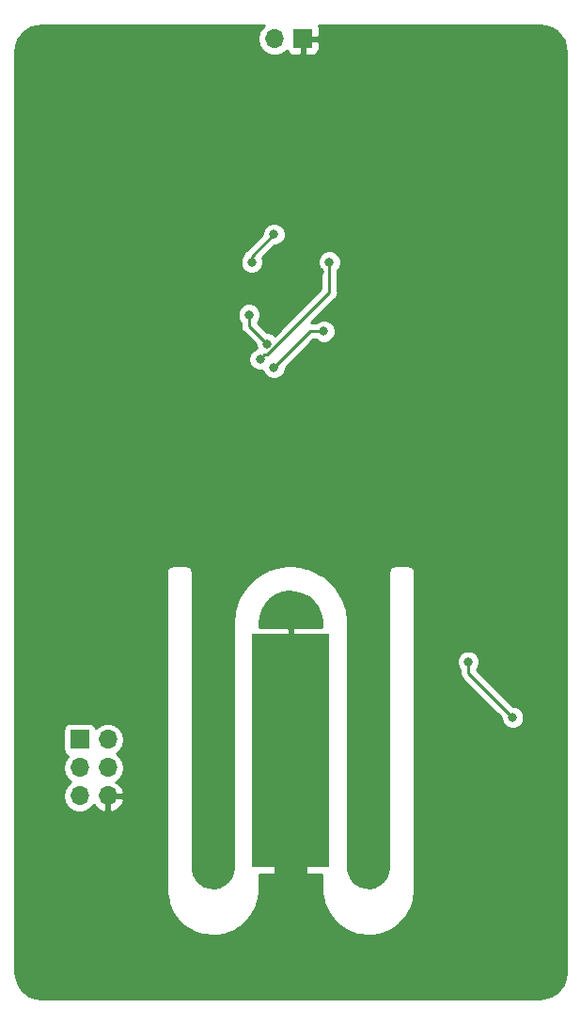
<source format=gbr>
G04 #@! TF.GenerationSoftware,KiCad,Pcbnew,5.0.2-bee76a0~70~ubuntu18.04.1*
G04 #@! TF.CreationDate,2019-03-04T23:14:44-05:00*
G04 #@! TF.ProjectId,BalancingBusinessCardLights,42616c61-6e63-4696-9e67-427573696e65,rev?*
G04 #@! TF.SameCoordinates,Original*
G04 #@! TF.FileFunction,Copper,L2,Bot*
G04 #@! TF.FilePolarity,Positive*
%FSLAX46Y46*%
G04 Gerber Fmt 4.6, Leading zero omitted, Abs format (unit mm)*
G04 Created by KiCad (PCBNEW 5.0.2-bee76a0~70~ubuntu18.04.1) date Mon 04 Mar 2019 11:14:44 PM EST*
%MOMM*%
%LPD*%
G01*
G04 APERTURE LIST*
G04 #@! TA.AperFunction,SMDPad,CuDef*
%ADD10R,7.000000X21.000000*%
G04 #@! TD*
G04 #@! TA.AperFunction,ComponentPad*
%ADD11O,1.700000X1.700000*%
G04 #@! TD*
G04 #@! TA.AperFunction,ComponentPad*
%ADD12R,1.700000X1.700000*%
G04 #@! TD*
G04 #@! TA.AperFunction,ViaPad*
%ADD13C,0.800000*%
G04 #@! TD*
G04 #@! TA.AperFunction,Conductor*
%ADD14C,0.250000*%
G04 #@! TD*
G04 #@! TA.AperFunction,Conductor*
%ADD15C,3.000000*%
G04 #@! TD*
G04 #@! TA.AperFunction,Conductor*
%ADD16C,0.254000*%
G04 #@! TD*
G04 APERTURE END LIST*
D10*
G04 #@! TO.P,BT101,2*
G04 #@! TO.N,GND*
X205500000Y-116000000D03*
G04 #@! TD*
D11*
G04 #@! TO.P,ICSP1,6*
G04 #@! TO.N,GND*
X189040000Y-120080000D03*
G04 #@! TO.P,ICSP1,5*
G04 #@! TO.N,/RESET*
X186500000Y-120080000D03*
G04 #@! TO.P,ICSP1,4*
G04 #@! TO.N,/MOSI*
X189040000Y-117540000D03*
G04 #@! TO.P,ICSP1,3*
G04 #@! TO.N,/SCK*
X186500000Y-117540000D03*
G04 #@! TO.P,ICSP1,2*
G04 #@! TO.N,+3V3*
X189040000Y-115000000D03*
D12*
G04 #@! TO.P,ICSP1,1*
G04 #@! TO.N,/MISO*
X186500000Y-115000000D03*
G04 #@! TD*
G04 #@! TO.P,J101,1*
G04 #@! TO.N,GND*
X206600000Y-51900000D03*
D11*
G04 #@! TO.P,J101,2*
G04 #@! TO.N,+3V3*
X204060000Y-51900000D03*
G04 #@! TD*
D13*
G04 #@! TO.N,+BATT*
X225500000Y-113000000D03*
X221500000Y-108000000D03*
G04 #@! TO.N,GND*
X206500000Y-75000000D03*
X204500000Y-75000000D03*
X205500000Y-76000000D03*
X205500000Y-74000000D03*
X223500000Y-106250000D03*
X219000000Y-114000000D03*
X219000000Y-116000000D03*
X219000000Y-118000000D03*
X221000000Y-116000000D03*
X221000000Y-118000000D03*
X221000000Y-114000000D03*
X225000000Y-118000000D03*
X225000000Y-116000000D03*
X223000000Y-116000000D03*
X223000000Y-118000000D03*
X223000000Y-114000000D03*
X227000000Y-116000000D03*
X227000000Y-118000000D03*
X203500000Y-78000000D03*
X208157706Y-72921497D03*
X190000000Y-130000000D03*
X185500000Y-136000000D03*
X183225010Y-134500000D03*
X228500000Y-55500000D03*
X228500000Y-60500000D03*
X228500000Y-65500000D03*
X228500000Y-70500000D03*
X228500000Y-75500000D03*
X228500000Y-80500000D03*
X228500000Y-85500000D03*
X228500000Y-90500000D03*
X228500000Y-95500000D03*
X199000228Y-79500229D03*
X197300000Y-54600000D03*
G04 #@! TO.N,/LED_8*
X201750229Y-76750229D03*
X203362340Y-79362340D03*
G04 #@! TO.N,/RESET*
X204000000Y-81500000D03*
X208500000Y-78250000D03*
G04 #@! TO.N,+3V3*
X209000000Y-72000000D03*
X202750000Y-80750000D03*
G04 #@! TO.N,/SCL*
X204000000Y-69500000D03*
X202012672Y-72012647D03*
G04 #@! TD*
D14*
G04 #@! TO.N,+BATT*
X225500000Y-113000000D02*
X221500000Y-109000000D01*
X221500000Y-109000000D02*
X221500000Y-108000000D01*
D15*
G04 #@! TO.N,GND*
X205500000Y-116000000D02*
X205500000Y-129500000D01*
D14*
G04 #@! TO.N,/LED_8*
X201750229Y-77750229D02*
X202962341Y-78962341D01*
X202962341Y-78962341D02*
X203362340Y-79362340D01*
X201750229Y-76750229D02*
X201750229Y-77750229D01*
G04 #@! TO.N,/RESET*
X204000000Y-81500000D02*
X207250000Y-78250000D01*
X207250000Y-78250000D02*
X208500000Y-78250000D01*
G04 #@! TO.N,+3V3*
X203149999Y-80350001D02*
X203399999Y-80350001D01*
X202750000Y-80750000D02*
X203149999Y-80350001D01*
X209000000Y-74750000D02*
X209000000Y-72000000D01*
X203399999Y-80350001D02*
X209000000Y-74750000D01*
G04 #@! TO.N,/SCL*
X202012672Y-71487328D02*
X202012672Y-72012647D01*
X204000000Y-69500000D02*
X202012672Y-71487328D01*
G04 #@! TD*
D16*
G04 #@! TO.N,GND*
G36*
X202989375Y-50829375D02*
X202661161Y-51320582D01*
X202545908Y-51900000D01*
X202661161Y-52479418D01*
X202989375Y-52970625D01*
X203480582Y-53298839D01*
X203913744Y-53385000D01*
X204206256Y-53385000D01*
X204639418Y-53298839D01*
X205130625Y-52970625D01*
X205145096Y-52948967D01*
X205211673Y-53109698D01*
X205390301Y-53288327D01*
X205623690Y-53385000D01*
X206314250Y-53385000D01*
X206473000Y-53226250D01*
X206473000Y-52027000D01*
X206727000Y-52027000D01*
X206727000Y-53226250D01*
X206885750Y-53385000D01*
X207576310Y-53385000D01*
X207809699Y-53288327D01*
X207988327Y-53109698D01*
X208085000Y-52876309D01*
X208085000Y-52185750D01*
X207926250Y-52027000D01*
X206727000Y-52027000D01*
X206473000Y-52027000D01*
X206453000Y-52027000D01*
X206453000Y-51773000D01*
X206473000Y-51773000D01*
X206473000Y-51753000D01*
X206727000Y-51753000D01*
X206727000Y-51773000D01*
X207926250Y-51773000D01*
X208085000Y-51614250D01*
X208085000Y-50923691D01*
X207996486Y-50710000D01*
X227958753Y-50710000D01*
X228525708Y-50776100D01*
X229023212Y-50956685D01*
X229465835Y-51246881D01*
X229829823Y-51631116D01*
X230095658Y-52088784D01*
X230251892Y-52604629D01*
X230290001Y-53031629D01*
X230290000Y-135958752D01*
X230223900Y-136525708D01*
X230043315Y-137023212D01*
X229753118Y-137465834D01*
X229368884Y-137829823D01*
X228911216Y-138095658D01*
X228395371Y-138251892D01*
X227968382Y-138290000D01*
X183041248Y-138290000D01*
X182474292Y-138223900D01*
X181976788Y-138043315D01*
X181534166Y-137753118D01*
X181170177Y-137368884D01*
X180904342Y-136911216D01*
X180748108Y-136395371D01*
X180710000Y-135968382D01*
X180710000Y-117540000D01*
X184985908Y-117540000D01*
X185101161Y-118119418D01*
X185429375Y-118610625D01*
X185727761Y-118810000D01*
X185429375Y-119009375D01*
X185101161Y-119500582D01*
X184985908Y-120080000D01*
X185101161Y-120659418D01*
X185429375Y-121150625D01*
X185920582Y-121478839D01*
X186353744Y-121565000D01*
X186646256Y-121565000D01*
X187079418Y-121478839D01*
X187570625Y-121150625D01*
X187771353Y-120850214D01*
X188158642Y-121275183D01*
X188683108Y-121521486D01*
X188913000Y-121400819D01*
X188913000Y-120207000D01*
X189167000Y-120207000D01*
X189167000Y-121400819D01*
X189396892Y-121521486D01*
X189921358Y-121275183D01*
X190311645Y-120846924D01*
X190481476Y-120436890D01*
X190360155Y-120207000D01*
X189167000Y-120207000D01*
X188913000Y-120207000D01*
X188893000Y-120207000D01*
X188893000Y-119953000D01*
X188913000Y-119953000D01*
X188913000Y-119933000D01*
X189167000Y-119933000D01*
X189167000Y-119953000D01*
X190360155Y-119953000D01*
X190481476Y-119723110D01*
X190311645Y-119313076D01*
X189921358Y-118884817D01*
X189791522Y-118823843D01*
X190110625Y-118610625D01*
X190438839Y-118119418D01*
X190554092Y-117540000D01*
X190438839Y-116960582D01*
X190110625Y-116469375D01*
X189812239Y-116270000D01*
X190110625Y-116070625D01*
X190438839Y-115579418D01*
X190554092Y-115000000D01*
X190438839Y-114420582D01*
X190110625Y-113929375D01*
X189619418Y-113601161D01*
X189186256Y-113515000D01*
X188893744Y-113515000D01*
X188460582Y-113601161D01*
X187969375Y-113929375D01*
X187957184Y-113947619D01*
X187948157Y-113902235D01*
X187807809Y-113692191D01*
X187597765Y-113551843D01*
X187350000Y-113502560D01*
X185650000Y-113502560D01*
X185402235Y-113551843D01*
X185192191Y-113692191D01*
X185051843Y-113902235D01*
X185002560Y-114150000D01*
X185002560Y-115850000D01*
X185051843Y-116097765D01*
X185192191Y-116307809D01*
X185402235Y-116448157D01*
X185447619Y-116457184D01*
X185429375Y-116469375D01*
X185101161Y-116960582D01*
X184985908Y-117540000D01*
X180710000Y-117540000D01*
X180710000Y-100000000D01*
X194301581Y-100000000D01*
X194315000Y-100067462D01*
X194315001Y-128567462D01*
X194316881Y-128576914D01*
X194320724Y-128714500D01*
X194321865Y-128722832D01*
X194321396Y-128731226D01*
X194329655Y-128807254D01*
X194453129Y-129553097D01*
X194462786Y-129587684D01*
X194468526Y-129623125D01*
X194492918Y-129695606D01*
X194773670Y-130397536D01*
X194790526Y-130429238D01*
X194803745Y-130462625D01*
X194843124Y-130528163D01*
X194843132Y-130528177D01*
X194843137Y-130528183D01*
X195268066Y-131153447D01*
X195291336Y-131180790D01*
X195311416Y-131210559D01*
X195363961Y-131266124D01*
X195913248Y-131785558D01*
X195941848Y-131807267D01*
X195967851Y-131832029D01*
X196031102Y-131875015D01*
X196679118Y-132264381D01*
X196711708Y-132279440D01*
X196742424Y-132298042D01*
X196813422Y-132326439D01*
X196813432Y-132326443D01*
X196813438Y-132326444D01*
X197529939Y-132567574D01*
X197565006Y-132575284D01*
X197598998Y-132586856D01*
X197674428Y-132599343D01*
X197674446Y-132599347D01*
X197674455Y-132599347D01*
X198426021Y-132680993D01*
X198434428Y-132680993D01*
X198442680Y-132682597D01*
X198519125Y-132684733D01*
X198714500Y-132679276D01*
X198722832Y-132678135D01*
X198731226Y-132678604D01*
X198807254Y-132670345D01*
X199553097Y-132546871D01*
X199587684Y-132537214D01*
X199623125Y-132531474D01*
X199695606Y-132507082D01*
X200397536Y-132226330D01*
X200429238Y-132209474D01*
X200462625Y-132196255D01*
X200528163Y-132156876D01*
X200528177Y-132156868D01*
X200528183Y-132156863D01*
X201153447Y-131731934D01*
X201180790Y-131708664D01*
X201210559Y-131688584D01*
X201266124Y-131636039D01*
X201785558Y-131086752D01*
X201807267Y-131058152D01*
X201832029Y-131032149D01*
X201875015Y-130968898D01*
X202264381Y-130320882D01*
X202279440Y-130288292D01*
X202298042Y-130257576D01*
X202326439Y-130186578D01*
X202326443Y-130186568D01*
X202326444Y-130186562D01*
X202567574Y-129470061D01*
X202575284Y-129434994D01*
X202586856Y-129401002D01*
X202599343Y-129325572D01*
X202599347Y-129325554D01*
X202599347Y-129325545D01*
X202677731Y-128604005D01*
X202685000Y-128567462D01*
X202685000Y-127135000D01*
X205214250Y-127135000D01*
X205373000Y-126976250D01*
X205373000Y-116127000D01*
X205353000Y-116127000D01*
X205353000Y-115873000D01*
X205373000Y-115873000D01*
X205373000Y-105023750D01*
X205214250Y-104865000D01*
X202685000Y-104865000D01*
X202685000Y-104537095D01*
X202754603Y-103896386D01*
X202948264Y-103320936D01*
X203260977Y-102800491D01*
X203678153Y-102359339D01*
X204180328Y-102018061D01*
X204744074Y-101792579D01*
X205343089Y-101693413D01*
X205949421Y-101725189D01*
X206534788Y-101886427D01*
X207071874Y-102169600D01*
X207535623Y-102561498D01*
X207904404Y-103043843D01*
X208161002Y-103594120D01*
X208297400Y-104204327D01*
X208315001Y-104519152D01*
X208315001Y-104865000D01*
X205785750Y-104865000D01*
X205627000Y-105023750D01*
X205627000Y-115873000D01*
X205647000Y-115873000D01*
X205647000Y-116127000D01*
X205627000Y-116127000D01*
X205627000Y-126976250D01*
X205785750Y-127135000D01*
X208315000Y-127135000D01*
X208315000Y-128567461D01*
X208316881Y-128576919D01*
X208320724Y-128714500D01*
X208321865Y-128722832D01*
X208321396Y-128731226D01*
X208329655Y-128807254D01*
X208453129Y-129553097D01*
X208462786Y-129587684D01*
X208468526Y-129623125D01*
X208492918Y-129695606D01*
X208773670Y-130397536D01*
X208790526Y-130429238D01*
X208803745Y-130462625D01*
X208843124Y-130528163D01*
X208843132Y-130528177D01*
X208843137Y-130528183D01*
X209268066Y-131153447D01*
X209291336Y-131180790D01*
X209311416Y-131210559D01*
X209363961Y-131266124D01*
X209913248Y-131785558D01*
X209941848Y-131807267D01*
X209967851Y-131832029D01*
X210031102Y-131875015D01*
X210679118Y-132264381D01*
X210711708Y-132279440D01*
X210742424Y-132298042D01*
X210813422Y-132326439D01*
X210813432Y-132326443D01*
X210813438Y-132326444D01*
X211529939Y-132567574D01*
X211565006Y-132575284D01*
X211598998Y-132586856D01*
X211674428Y-132599343D01*
X211674446Y-132599347D01*
X211674455Y-132599347D01*
X212426021Y-132680993D01*
X212434428Y-132680993D01*
X212442680Y-132682597D01*
X212519125Y-132684733D01*
X212714500Y-132679276D01*
X212722832Y-132678135D01*
X212731226Y-132678604D01*
X212807254Y-132670345D01*
X213553097Y-132546871D01*
X213587684Y-132537214D01*
X213623125Y-132531474D01*
X213695606Y-132507082D01*
X214397536Y-132226330D01*
X214429238Y-132209474D01*
X214462625Y-132196255D01*
X214528163Y-132156876D01*
X214528177Y-132156868D01*
X214528183Y-132156863D01*
X215153447Y-131731934D01*
X215180790Y-131708664D01*
X215210559Y-131688584D01*
X215266124Y-131636039D01*
X215785558Y-131086752D01*
X215807267Y-131058152D01*
X215832029Y-131032149D01*
X215875015Y-130968898D01*
X216264381Y-130320882D01*
X216279440Y-130288292D01*
X216298042Y-130257576D01*
X216326439Y-130186578D01*
X216326443Y-130186568D01*
X216326444Y-130186562D01*
X216567574Y-129470061D01*
X216575284Y-129434994D01*
X216586856Y-129401002D01*
X216599343Y-129325572D01*
X216599347Y-129325554D01*
X216599347Y-129325545D01*
X216677731Y-128604005D01*
X216685000Y-128567462D01*
X216685000Y-107794126D01*
X220465000Y-107794126D01*
X220465000Y-108205874D01*
X220622569Y-108586280D01*
X220740000Y-108703711D01*
X220740000Y-108925152D01*
X220725112Y-109000000D01*
X220740000Y-109074847D01*
X220740000Y-109074851D01*
X220784096Y-109296536D01*
X220952071Y-109547929D01*
X221015530Y-109590331D01*
X224465000Y-113039802D01*
X224465000Y-113205874D01*
X224622569Y-113586280D01*
X224913720Y-113877431D01*
X225294126Y-114035000D01*
X225705874Y-114035000D01*
X226086280Y-113877431D01*
X226377431Y-113586280D01*
X226535000Y-113205874D01*
X226535000Y-112794126D01*
X226377431Y-112413720D01*
X226086280Y-112122569D01*
X225705874Y-111965000D01*
X225539802Y-111965000D01*
X222269256Y-108694455D01*
X222377431Y-108586280D01*
X222535000Y-108205874D01*
X222535000Y-107794126D01*
X222377431Y-107413720D01*
X222086280Y-107122569D01*
X221705874Y-106965000D01*
X221294126Y-106965000D01*
X220913720Y-107122569D01*
X220622569Y-107413720D01*
X220465000Y-107794126D01*
X216685000Y-107794126D01*
X216685000Y-100067462D01*
X216698419Y-100000000D01*
X216645255Y-99732727D01*
X216493857Y-99506143D01*
X216267273Y-99354745D01*
X216067462Y-99315000D01*
X216067461Y-99315000D01*
X216000000Y-99301581D01*
X215932538Y-99315000D01*
X215067462Y-99315000D01*
X215000000Y-99301581D01*
X214932539Y-99315000D01*
X214932538Y-99315000D01*
X214732727Y-99354745D01*
X214506143Y-99506143D01*
X214354745Y-99732727D01*
X214301581Y-100000000D01*
X214315001Y-100067467D01*
X214315000Y-126456900D01*
X214252705Y-126950019D01*
X214085726Y-127371761D01*
X213819109Y-127738727D01*
X213469610Y-128027857D01*
X213059184Y-128220989D01*
X212613620Y-128305985D01*
X212160925Y-128277504D01*
X211729528Y-128137335D01*
X211346546Y-127894287D01*
X211036039Y-127563630D01*
X210817517Y-127166141D01*
X210699295Y-126705698D01*
X210685000Y-126478479D01*
X210685000Y-104432538D01*
X210683354Y-104424264D01*
X210679424Y-104263441D01*
X210678530Y-104255996D01*
X210678896Y-104248505D01*
X210672539Y-104181883D01*
X210549882Y-103335935D01*
X210542374Y-103305135D01*
X210537905Y-103273736D01*
X210519065Y-103209519D01*
X210238656Y-102402027D01*
X210225456Y-102373196D01*
X210215133Y-102343215D01*
X210184491Y-102283719D01*
X210184491Y-102283718D01*
X210184488Y-102283714D01*
X209756448Y-101543820D01*
X209738039Y-101518010D01*
X209722229Y-101490517D01*
X209680899Y-101437902D01*
X209680889Y-101437888D01*
X209680883Y-101437883D01*
X209120656Y-100792278D01*
X209097697Y-100770415D01*
X209076975Y-100746408D01*
X209026428Y-100702546D01*
X208354221Y-100174520D01*
X208327543Y-100157393D01*
X208302653Y-100137736D01*
X208244734Y-100104230D01*
X208244725Y-100104224D01*
X208244721Y-100104222D01*
X207484798Y-99712837D01*
X207455359Y-99701062D01*
X207427206Y-99686469D01*
X207363985Y-99664515D01*
X206543759Y-99423887D01*
X206512625Y-99417892D01*
X206482220Y-99408885D01*
X206416013Y-99399287D01*
X206415989Y-99399282D01*
X206415978Y-99399282D01*
X205565059Y-99318097D01*
X205557567Y-99318097D01*
X205550169Y-99316839D01*
X205483266Y-99315204D01*
X205263441Y-99320576D01*
X205255996Y-99321470D01*
X205248505Y-99321104D01*
X205181883Y-99327461D01*
X204335935Y-99450118D01*
X204305135Y-99457626D01*
X204273736Y-99462095D01*
X204209519Y-99480935D01*
X203402027Y-99761344D01*
X203373196Y-99774544D01*
X203343215Y-99784867D01*
X203283727Y-99815505D01*
X203283718Y-99815509D01*
X203283717Y-99815510D01*
X202543820Y-100243552D01*
X202518010Y-100261961D01*
X202490517Y-100277771D01*
X202437902Y-100319101D01*
X202437888Y-100319111D01*
X202437883Y-100319117D01*
X201792278Y-100879344D01*
X201770415Y-100902303D01*
X201746408Y-100923025D01*
X201702546Y-100973572D01*
X201174520Y-101645779D01*
X201157393Y-101672457D01*
X201137736Y-101697347D01*
X201104230Y-101755266D01*
X201104224Y-101755275D01*
X201104224Y-101755276D01*
X200712837Y-102515202D01*
X200701062Y-102544641D01*
X200686469Y-102572794D01*
X200664515Y-102636015D01*
X200423887Y-103456241D01*
X200417892Y-103487375D01*
X200408885Y-103517780D01*
X200399287Y-103583987D01*
X200399282Y-103584011D01*
X200399282Y-103584022D01*
X200321392Y-104400403D01*
X200315000Y-104432539D01*
X200315001Y-126456893D01*
X200252705Y-126950019D01*
X200085726Y-127371761D01*
X199819109Y-127738727D01*
X199469610Y-128027857D01*
X199059184Y-128220989D01*
X198613620Y-128305985D01*
X198160925Y-128277504D01*
X197729528Y-128137335D01*
X197346546Y-127894287D01*
X197036039Y-127563630D01*
X196817517Y-127166141D01*
X196699295Y-126705698D01*
X196685000Y-126478479D01*
X196685000Y-100067462D01*
X196698419Y-100000000D01*
X196645255Y-99732727D01*
X196493857Y-99506143D01*
X196267273Y-99354745D01*
X196067462Y-99315000D01*
X196000000Y-99301581D01*
X195932539Y-99315000D01*
X195067461Y-99315000D01*
X195000000Y-99301581D01*
X194932538Y-99315000D01*
X194732727Y-99354745D01*
X194506143Y-99506143D01*
X194354745Y-99732727D01*
X194301581Y-100000000D01*
X180710000Y-100000000D01*
X180710000Y-76544355D01*
X200715229Y-76544355D01*
X200715229Y-76956103D01*
X200872798Y-77336509D01*
X200990230Y-77453941D01*
X200990230Y-77675378D01*
X200975341Y-77750229D01*
X200990230Y-77825081D01*
X201034326Y-78046766D01*
X201202301Y-78298158D01*
X201265757Y-78340558D01*
X202327340Y-79402142D01*
X202327340Y-79568214D01*
X202410984Y-79770149D01*
X202163720Y-79872569D01*
X201872569Y-80163720D01*
X201715000Y-80544126D01*
X201715000Y-80955874D01*
X201872569Y-81336280D01*
X202163720Y-81627431D01*
X202544126Y-81785000D01*
X202955874Y-81785000D01*
X202991639Y-81770186D01*
X203122569Y-82086280D01*
X203413720Y-82377431D01*
X203794126Y-82535000D01*
X204205874Y-82535000D01*
X204586280Y-82377431D01*
X204877431Y-82086280D01*
X205035000Y-81705874D01*
X205035000Y-81539801D01*
X207564802Y-79010000D01*
X207796289Y-79010000D01*
X207913720Y-79127431D01*
X208294126Y-79285000D01*
X208705874Y-79285000D01*
X209086280Y-79127431D01*
X209377431Y-78836280D01*
X209535000Y-78455874D01*
X209535000Y-78044126D01*
X209377431Y-77663720D01*
X209086280Y-77372569D01*
X208705874Y-77215000D01*
X208294126Y-77215000D01*
X207913720Y-77372569D01*
X207796289Y-77490000D01*
X207334802Y-77490000D01*
X209484476Y-75340327D01*
X209547929Y-75297929D01*
X209590327Y-75234476D01*
X209590329Y-75234474D01*
X209715903Y-75046538D01*
X209715904Y-75046537D01*
X209760000Y-74824852D01*
X209760000Y-74824848D01*
X209774888Y-74750001D01*
X209760000Y-74675154D01*
X209760000Y-72703711D01*
X209877431Y-72586280D01*
X210035000Y-72205874D01*
X210035000Y-71794126D01*
X209877431Y-71413720D01*
X209586280Y-71122569D01*
X209205874Y-70965000D01*
X208794126Y-70965000D01*
X208413720Y-71122569D01*
X208122569Y-71413720D01*
X207965000Y-71794126D01*
X207965000Y-72205874D01*
X208122569Y-72586280D01*
X208240001Y-72703712D01*
X208240000Y-74435197D01*
X204069455Y-78605744D01*
X203948620Y-78484909D01*
X203568214Y-78327340D01*
X203402142Y-78327340D01*
X202519485Y-77444684D01*
X202627660Y-77336509D01*
X202785229Y-76956103D01*
X202785229Y-76544355D01*
X202627660Y-76163949D01*
X202336509Y-75872798D01*
X201956103Y-75715229D01*
X201544355Y-75715229D01*
X201163949Y-75872798D01*
X200872798Y-76163949D01*
X200715229Y-76544355D01*
X180710000Y-76544355D01*
X180710000Y-71806773D01*
X200977672Y-71806773D01*
X200977672Y-72218521D01*
X201135241Y-72598927D01*
X201426392Y-72890078D01*
X201806798Y-73047647D01*
X202218546Y-73047647D01*
X202598952Y-72890078D01*
X202890103Y-72598927D01*
X203047672Y-72218521D01*
X203047672Y-71806773D01*
X202965766Y-71609035D01*
X204039802Y-70535000D01*
X204205874Y-70535000D01*
X204586280Y-70377431D01*
X204877431Y-70086280D01*
X205035000Y-69705874D01*
X205035000Y-69294126D01*
X204877431Y-68913720D01*
X204586280Y-68622569D01*
X204205874Y-68465000D01*
X203794126Y-68465000D01*
X203413720Y-68622569D01*
X203122569Y-68913720D01*
X202965000Y-69294126D01*
X202965000Y-69460198D01*
X201528202Y-70896997D01*
X201464743Y-70939399D01*
X201296768Y-71190792D01*
X201278382Y-71283226D01*
X201135241Y-71426367D01*
X200977672Y-71806773D01*
X180710000Y-71806773D01*
X180710000Y-53041247D01*
X180776100Y-52474292D01*
X180956685Y-51976788D01*
X181246881Y-51534165D01*
X181631116Y-51170177D01*
X182088784Y-50904342D01*
X182604629Y-50748108D01*
X183031618Y-50710000D01*
X203168032Y-50710000D01*
X202989375Y-50829375D01*
X202989375Y-50829375D01*
G37*
X202989375Y-50829375D02*
X202661161Y-51320582D01*
X202545908Y-51900000D01*
X202661161Y-52479418D01*
X202989375Y-52970625D01*
X203480582Y-53298839D01*
X203913744Y-53385000D01*
X204206256Y-53385000D01*
X204639418Y-53298839D01*
X205130625Y-52970625D01*
X205145096Y-52948967D01*
X205211673Y-53109698D01*
X205390301Y-53288327D01*
X205623690Y-53385000D01*
X206314250Y-53385000D01*
X206473000Y-53226250D01*
X206473000Y-52027000D01*
X206727000Y-52027000D01*
X206727000Y-53226250D01*
X206885750Y-53385000D01*
X207576310Y-53385000D01*
X207809699Y-53288327D01*
X207988327Y-53109698D01*
X208085000Y-52876309D01*
X208085000Y-52185750D01*
X207926250Y-52027000D01*
X206727000Y-52027000D01*
X206473000Y-52027000D01*
X206453000Y-52027000D01*
X206453000Y-51773000D01*
X206473000Y-51773000D01*
X206473000Y-51753000D01*
X206727000Y-51753000D01*
X206727000Y-51773000D01*
X207926250Y-51773000D01*
X208085000Y-51614250D01*
X208085000Y-50923691D01*
X207996486Y-50710000D01*
X227958753Y-50710000D01*
X228525708Y-50776100D01*
X229023212Y-50956685D01*
X229465835Y-51246881D01*
X229829823Y-51631116D01*
X230095658Y-52088784D01*
X230251892Y-52604629D01*
X230290001Y-53031629D01*
X230290000Y-135958752D01*
X230223900Y-136525708D01*
X230043315Y-137023212D01*
X229753118Y-137465834D01*
X229368884Y-137829823D01*
X228911216Y-138095658D01*
X228395371Y-138251892D01*
X227968382Y-138290000D01*
X183041248Y-138290000D01*
X182474292Y-138223900D01*
X181976788Y-138043315D01*
X181534166Y-137753118D01*
X181170177Y-137368884D01*
X180904342Y-136911216D01*
X180748108Y-136395371D01*
X180710000Y-135968382D01*
X180710000Y-117540000D01*
X184985908Y-117540000D01*
X185101161Y-118119418D01*
X185429375Y-118610625D01*
X185727761Y-118810000D01*
X185429375Y-119009375D01*
X185101161Y-119500582D01*
X184985908Y-120080000D01*
X185101161Y-120659418D01*
X185429375Y-121150625D01*
X185920582Y-121478839D01*
X186353744Y-121565000D01*
X186646256Y-121565000D01*
X187079418Y-121478839D01*
X187570625Y-121150625D01*
X187771353Y-120850214D01*
X188158642Y-121275183D01*
X188683108Y-121521486D01*
X188913000Y-121400819D01*
X188913000Y-120207000D01*
X189167000Y-120207000D01*
X189167000Y-121400819D01*
X189396892Y-121521486D01*
X189921358Y-121275183D01*
X190311645Y-120846924D01*
X190481476Y-120436890D01*
X190360155Y-120207000D01*
X189167000Y-120207000D01*
X188913000Y-120207000D01*
X188893000Y-120207000D01*
X188893000Y-119953000D01*
X188913000Y-119953000D01*
X188913000Y-119933000D01*
X189167000Y-119933000D01*
X189167000Y-119953000D01*
X190360155Y-119953000D01*
X190481476Y-119723110D01*
X190311645Y-119313076D01*
X189921358Y-118884817D01*
X189791522Y-118823843D01*
X190110625Y-118610625D01*
X190438839Y-118119418D01*
X190554092Y-117540000D01*
X190438839Y-116960582D01*
X190110625Y-116469375D01*
X189812239Y-116270000D01*
X190110625Y-116070625D01*
X190438839Y-115579418D01*
X190554092Y-115000000D01*
X190438839Y-114420582D01*
X190110625Y-113929375D01*
X189619418Y-113601161D01*
X189186256Y-113515000D01*
X188893744Y-113515000D01*
X188460582Y-113601161D01*
X187969375Y-113929375D01*
X187957184Y-113947619D01*
X187948157Y-113902235D01*
X187807809Y-113692191D01*
X187597765Y-113551843D01*
X187350000Y-113502560D01*
X185650000Y-113502560D01*
X185402235Y-113551843D01*
X185192191Y-113692191D01*
X185051843Y-113902235D01*
X185002560Y-114150000D01*
X185002560Y-115850000D01*
X185051843Y-116097765D01*
X185192191Y-116307809D01*
X185402235Y-116448157D01*
X185447619Y-116457184D01*
X185429375Y-116469375D01*
X185101161Y-116960582D01*
X184985908Y-117540000D01*
X180710000Y-117540000D01*
X180710000Y-100000000D01*
X194301581Y-100000000D01*
X194315000Y-100067462D01*
X194315001Y-128567462D01*
X194316881Y-128576914D01*
X194320724Y-128714500D01*
X194321865Y-128722832D01*
X194321396Y-128731226D01*
X194329655Y-128807254D01*
X194453129Y-129553097D01*
X194462786Y-129587684D01*
X194468526Y-129623125D01*
X194492918Y-129695606D01*
X194773670Y-130397536D01*
X194790526Y-130429238D01*
X194803745Y-130462625D01*
X194843124Y-130528163D01*
X194843132Y-130528177D01*
X194843137Y-130528183D01*
X195268066Y-131153447D01*
X195291336Y-131180790D01*
X195311416Y-131210559D01*
X195363961Y-131266124D01*
X195913248Y-131785558D01*
X195941848Y-131807267D01*
X195967851Y-131832029D01*
X196031102Y-131875015D01*
X196679118Y-132264381D01*
X196711708Y-132279440D01*
X196742424Y-132298042D01*
X196813422Y-132326439D01*
X196813432Y-132326443D01*
X196813438Y-132326444D01*
X197529939Y-132567574D01*
X197565006Y-132575284D01*
X197598998Y-132586856D01*
X197674428Y-132599343D01*
X197674446Y-132599347D01*
X197674455Y-132599347D01*
X198426021Y-132680993D01*
X198434428Y-132680993D01*
X198442680Y-132682597D01*
X198519125Y-132684733D01*
X198714500Y-132679276D01*
X198722832Y-132678135D01*
X198731226Y-132678604D01*
X198807254Y-132670345D01*
X199553097Y-132546871D01*
X199587684Y-132537214D01*
X199623125Y-132531474D01*
X199695606Y-132507082D01*
X200397536Y-132226330D01*
X200429238Y-132209474D01*
X200462625Y-132196255D01*
X200528163Y-132156876D01*
X200528177Y-132156868D01*
X200528183Y-132156863D01*
X201153447Y-131731934D01*
X201180790Y-131708664D01*
X201210559Y-131688584D01*
X201266124Y-131636039D01*
X201785558Y-131086752D01*
X201807267Y-131058152D01*
X201832029Y-131032149D01*
X201875015Y-130968898D01*
X202264381Y-130320882D01*
X202279440Y-130288292D01*
X202298042Y-130257576D01*
X202326439Y-130186578D01*
X202326443Y-130186568D01*
X202326444Y-130186562D01*
X202567574Y-129470061D01*
X202575284Y-129434994D01*
X202586856Y-129401002D01*
X202599343Y-129325572D01*
X202599347Y-129325554D01*
X202599347Y-129325545D01*
X202677731Y-128604005D01*
X202685000Y-128567462D01*
X202685000Y-127135000D01*
X205214250Y-127135000D01*
X205373000Y-126976250D01*
X205373000Y-116127000D01*
X205353000Y-116127000D01*
X205353000Y-115873000D01*
X205373000Y-115873000D01*
X205373000Y-105023750D01*
X205214250Y-104865000D01*
X202685000Y-104865000D01*
X202685000Y-104537095D01*
X202754603Y-103896386D01*
X202948264Y-103320936D01*
X203260977Y-102800491D01*
X203678153Y-102359339D01*
X204180328Y-102018061D01*
X204744074Y-101792579D01*
X205343089Y-101693413D01*
X205949421Y-101725189D01*
X206534788Y-101886427D01*
X207071874Y-102169600D01*
X207535623Y-102561498D01*
X207904404Y-103043843D01*
X208161002Y-103594120D01*
X208297400Y-104204327D01*
X208315001Y-104519152D01*
X208315001Y-104865000D01*
X205785750Y-104865000D01*
X205627000Y-105023750D01*
X205627000Y-115873000D01*
X205647000Y-115873000D01*
X205647000Y-116127000D01*
X205627000Y-116127000D01*
X205627000Y-126976250D01*
X205785750Y-127135000D01*
X208315000Y-127135000D01*
X208315000Y-128567461D01*
X208316881Y-128576919D01*
X208320724Y-128714500D01*
X208321865Y-128722832D01*
X208321396Y-128731226D01*
X208329655Y-128807254D01*
X208453129Y-129553097D01*
X208462786Y-129587684D01*
X208468526Y-129623125D01*
X208492918Y-129695606D01*
X208773670Y-130397536D01*
X208790526Y-130429238D01*
X208803745Y-130462625D01*
X208843124Y-130528163D01*
X208843132Y-130528177D01*
X208843137Y-130528183D01*
X209268066Y-131153447D01*
X209291336Y-131180790D01*
X209311416Y-131210559D01*
X209363961Y-131266124D01*
X209913248Y-131785558D01*
X209941848Y-131807267D01*
X209967851Y-131832029D01*
X210031102Y-131875015D01*
X210679118Y-132264381D01*
X210711708Y-132279440D01*
X210742424Y-132298042D01*
X210813422Y-132326439D01*
X210813432Y-132326443D01*
X210813438Y-132326444D01*
X211529939Y-132567574D01*
X211565006Y-132575284D01*
X211598998Y-132586856D01*
X211674428Y-132599343D01*
X211674446Y-132599347D01*
X211674455Y-132599347D01*
X212426021Y-132680993D01*
X212434428Y-132680993D01*
X212442680Y-132682597D01*
X212519125Y-132684733D01*
X212714500Y-132679276D01*
X212722832Y-132678135D01*
X212731226Y-132678604D01*
X212807254Y-132670345D01*
X213553097Y-132546871D01*
X213587684Y-132537214D01*
X213623125Y-132531474D01*
X213695606Y-132507082D01*
X214397536Y-132226330D01*
X214429238Y-132209474D01*
X214462625Y-132196255D01*
X214528163Y-132156876D01*
X214528177Y-132156868D01*
X214528183Y-132156863D01*
X215153447Y-131731934D01*
X215180790Y-131708664D01*
X215210559Y-131688584D01*
X215266124Y-131636039D01*
X215785558Y-131086752D01*
X215807267Y-131058152D01*
X215832029Y-131032149D01*
X215875015Y-130968898D01*
X216264381Y-130320882D01*
X216279440Y-130288292D01*
X216298042Y-130257576D01*
X216326439Y-130186578D01*
X216326443Y-130186568D01*
X216326444Y-130186562D01*
X216567574Y-129470061D01*
X216575284Y-129434994D01*
X216586856Y-129401002D01*
X216599343Y-129325572D01*
X216599347Y-129325554D01*
X216599347Y-129325545D01*
X216677731Y-128604005D01*
X216685000Y-128567462D01*
X216685000Y-107794126D01*
X220465000Y-107794126D01*
X220465000Y-108205874D01*
X220622569Y-108586280D01*
X220740000Y-108703711D01*
X220740000Y-108925152D01*
X220725112Y-109000000D01*
X220740000Y-109074847D01*
X220740000Y-109074851D01*
X220784096Y-109296536D01*
X220952071Y-109547929D01*
X221015530Y-109590331D01*
X224465000Y-113039802D01*
X224465000Y-113205874D01*
X224622569Y-113586280D01*
X224913720Y-113877431D01*
X225294126Y-114035000D01*
X225705874Y-114035000D01*
X226086280Y-113877431D01*
X226377431Y-113586280D01*
X226535000Y-113205874D01*
X226535000Y-112794126D01*
X226377431Y-112413720D01*
X226086280Y-112122569D01*
X225705874Y-111965000D01*
X225539802Y-111965000D01*
X222269256Y-108694455D01*
X222377431Y-108586280D01*
X222535000Y-108205874D01*
X222535000Y-107794126D01*
X222377431Y-107413720D01*
X222086280Y-107122569D01*
X221705874Y-106965000D01*
X221294126Y-106965000D01*
X220913720Y-107122569D01*
X220622569Y-107413720D01*
X220465000Y-107794126D01*
X216685000Y-107794126D01*
X216685000Y-100067462D01*
X216698419Y-100000000D01*
X216645255Y-99732727D01*
X216493857Y-99506143D01*
X216267273Y-99354745D01*
X216067462Y-99315000D01*
X216067461Y-99315000D01*
X216000000Y-99301581D01*
X215932538Y-99315000D01*
X215067462Y-99315000D01*
X215000000Y-99301581D01*
X214932539Y-99315000D01*
X214932538Y-99315000D01*
X214732727Y-99354745D01*
X214506143Y-99506143D01*
X214354745Y-99732727D01*
X214301581Y-100000000D01*
X214315001Y-100067467D01*
X214315000Y-126456900D01*
X214252705Y-126950019D01*
X214085726Y-127371761D01*
X213819109Y-127738727D01*
X213469610Y-128027857D01*
X213059184Y-128220989D01*
X212613620Y-128305985D01*
X212160925Y-128277504D01*
X211729528Y-128137335D01*
X211346546Y-127894287D01*
X211036039Y-127563630D01*
X210817517Y-127166141D01*
X210699295Y-126705698D01*
X210685000Y-126478479D01*
X210685000Y-104432538D01*
X210683354Y-104424264D01*
X210679424Y-104263441D01*
X210678530Y-104255996D01*
X210678896Y-104248505D01*
X210672539Y-104181883D01*
X210549882Y-103335935D01*
X210542374Y-103305135D01*
X210537905Y-103273736D01*
X210519065Y-103209519D01*
X210238656Y-102402027D01*
X210225456Y-102373196D01*
X210215133Y-102343215D01*
X210184491Y-102283719D01*
X210184491Y-102283718D01*
X210184488Y-102283714D01*
X209756448Y-101543820D01*
X209738039Y-101518010D01*
X209722229Y-101490517D01*
X209680899Y-101437902D01*
X209680889Y-101437888D01*
X209680883Y-101437883D01*
X209120656Y-100792278D01*
X209097697Y-100770415D01*
X209076975Y-100746408D01*
X209026428Y-100702546D01*
X208354221Y-100174520D01*
X208327543Y-100157393D01*
X208302653Y-100137736D01*
X208244734Y-100104230D01*
X208244725Y-100104224D01*
X208244721Y-100104222D01*
X207484798Y-99712837D01*
X207455359Y-99701062D01*
X207427206Y-99686469D01*
X207363985Y-99664515D01*
X206543759Y-99423887D01*
X206512625Y-99417892D01*
X206482220Y-99408885D01*
X206416013Y-99399287D01*
X206415989Y-99399282D01*
X206415978Y-99399282D01*
X205565059Y-99318097D01*
X205557567Y-99318097D01*
X205550169Y-99316839D01*
X205483266Y-99315204D01*
X205263441Y-99320576D01*
X205255996Y-99321470D01*
X205248505Y-99321104D01*
X205181883Y-99327461D01*
X204335935Y-99450118D01*
X204305135Y-99457626D01*
X204273736Y-99462095D01*
X204209519Y-99480935D01*
X203402027Y-99761344D01*
X203373196Y-99774544D01*
X203343215Y-99784867D01*
X203283727Y-99815505D01*
X203283718Y-99815509D01*
X203283717Y-99815510D01*
X202543820Y-100243552D01*
X202518010Y-100261961D01*
X202490517Y-100277771D01*
X202437902Y-100319101D01*
X202437888Y-100319111D01*
X202437883Y-100319117D01*
X201792278Y-100879344D01*
X201770415Y-100902303D01*
X201746408Y-100923025D01*
X201702546Y-100973572D01*
X201174520Y-101645779D01*
X201157393Y-101672457D01*
X201137736Y-101697347D01*
X201104230Y-101755266D01*
X201104224Y-101755275D01*
X201104224Y-101755276D01*
X200712837Y-102515202D01*
X200701062Y-102544641D01*
X200686469Y-102572794D01*
X200664515Y-102636015D01*
X200423887Y-103456241D01*
X200417892Y-103487375D01*
X200408885Y-103517780D01*
X200399287Y-103583987D01*
X200399282Y-103584011D01*
X200399282Y-103584022D01*
X200321392Y-104400403D01*
X200315000Y-104432539D01*
X200315001Y-126456893D01*
X200252705Y-126950019D01*
X200085726Y-127371761D01*
X199819109Y-127738727D01*
X199469610Y-128027857D01*
X199059184Y-128220989D01*
X198613620Y-128305985D01*
X198160925Y-128277504D01*
X197729528Y-128137335D01*
X197346546Y-127894287D01*
X197036039Y-127563630D01*
X196817517Y-127166141D01*
X196699295Y-126705698D01*
X196685000Y-126478479D01*
X196685000Y-100067462D01*
X196698419Y-100000000D01*
X196645255Y-99732727D01*
X196493857Y-99506143D01*
X196267273Y-99354745D01*
X196067462Y-99315000D01*
X196000000Y-99301581D01*
X195932539Y-99315000D01*
X195067461Y-99315000D01*
X195000000Y-99301581D01*
X194932538Y-99315000D01*
X194732727Y-99354745D01*
X194506143Y-99506143D01*
X194354745Y-99732727D01*
X194301581Y-100000000D01*
X180710000Y-100000000D01*
X180710000Y-76544355D01*
X200715229Y-76544355D01*
X200715229Y-76956103D01*
X200872798Y-77336509D01*
X200990230Y-77453941D01*
X200990230Y-77675378D01*
X200975341Y-77750229D01*
X200990230Y-77825081D01*
X201034326Y-78046766D01*
X201202301Y-78298158D01*
X201265757Y-78340558D01*
X202327340Y-79402142D01*
X202327340Y-79568214D01*
X202410984Y-79770149D01*
X202163720Y-79872569D01*
X201872569Y-80163720D01*
X201715000Y-80544126D01*
X201715000Y-80955874D01*
X201872569Y-81336280D01*
X202163720Y-81627431D01*
X202544126Y-81785000D01*
X202955874Y-81785000D01*
X202991639Y-81770186D01*
X203122569Y-82086280D01*
X203413720Y-82377431D01*
X203794126Y-82535000D01*
X204205874Y-82535000D01*
X204586280Y-82377431D01*
X204877431Y-82086280D01*
X205035000Y-81705874D01*
X205035000Y-81539801D01*
X207564802Y-79010000D01*
X207796289Y-79010000D01*
X207913720Y-79127431D01*
X208294126Y-79285000D01*
X208705874Y-79285000D01*
X209086280Y-79127431D01*
X209377431Y-78836280D01*
X209535000Y-78455874D01*
X209535000Y-78044126D01*
X209377431Y-77663720D01*
X209086280Y-77372569D01*
X208705874Y-77215000D01*
X208294126Y-77215000D01*
X207913720Y-77372569D01*
X207796289Y-77490000D01*
X207334802Y-77490000D01*
X209484476Y-75340327D01*
X209547929Y-75297929D01*
X209590327Y-75234476D01*
X209590329Y-75234474D01*
X209715903Y-75046538D01*
X209715904Y-75046537D01*
X209760000Y-74824852D01*
X209760000Y-74824848D01*
X209774888Y-74750001D01*
X209760000Y-74675154D01*
X209760000Y-72703711D01*
X209877431Y-72586280D01*
X210035000Y-72205874D01*
X210035000Y-71794126D01*
X209877431Y-71413720D01*
X209586280Y-71122569D01*
X209205874Y-70965000D01*
X208794126Y-70965000D01*
X208413720Y-71122569D01*
X208122569Y-71413720D01*
X207965000Y-71794126D01*
X207965000Y-72205874D01*
X208122569Y-72586280D01*
X208240001Y-72703712D01*
X208240000Y-74435197D01*
X204069455Y-78605744D01*
X203948620Y-78484909D01*
X203568214Y-78327340D01*
X203402142Y-78327340D01*
X202519485Y-77444684D01*
X202627660Y-77336509D01*
X202785229Y-76956103D01*
X202785229Y-76544355D01*
X202627660Y-76163949D01*
X202336509Y-75872798D01*
X201956103Y-75715229D01*
X201544355Y-75715229D01*
X201163949Y-75872798D01*
X200872798Y-76163949D01*
X200715229Y-76544355D01*
X180710000Y-76544355D01*
X180710000Y-71806773D01*
X200977672Y-71806773D01*
X200977672Y-72218521D01*
X201135241Y-72598927D01*
X201426392Y-72890078D01*
X201806798Y-73047647D01*
X202218546Y-73047647D01*
X202598952Y-72890078D01*
X202890103Y-72598927D01*
X203047672Y-72218521D01*
X203047672Y-71806773D01*
X202965766Y-71609035D01*
X204039802Y-70535000D01*
X204205874Y-70535000D01*
X204586280Y-70377431D01*
X204877431Y-70086280D01*
X205035000Y-69705874D01*
X205035000Y-69294126D01*
X204877431Y-68913720D01*
X204586280Y-68622569D01*
X204205874Y-68465000D01*
X203794126Y-68465000D01*
X203413720Y-68622569D01*
X203122569Y-68913720D01*
X202965000Y-69294126D01*
X202965000Y-69460198D01*
X201528202Y-70896997D01*
X201464743Y-70939399D01*
X201296768Y-71190792D01*
X201278382Y-71283226D01*
X201135241Y-71426367D01*
X200977672Y-71806773D01*
X180710000Y-71806773D01*
X180710000Y-53041247D01*
X180776100Y-52474292D01*
X180956685Y-51976788D01*
X181246881Y-51534165D01*
X181631116Y-51170177D01*
X182088784Y-50904342D01*
X182604629Y-50748108D01*
X183031618Y-50710000D01*
X203168032Y-50710000D01*
X202989375Y-50829375D01*
G04 #@! TD*
M02*

</source>
